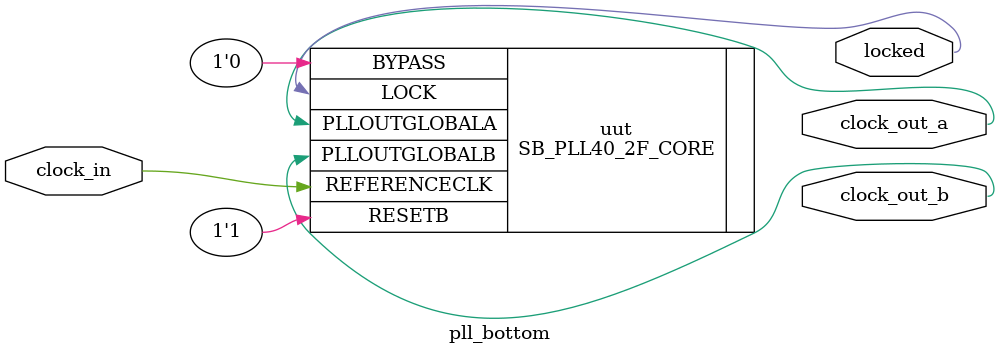
<source format=v>


module pll_top(
	input  clock_in,
	output clock_out_a,
	output clock_out_b,
	output locked
	);

SB_PLL40_2_PAD #(
		.FEEDBACK_PATH("SIMPLE"),
		.DIVR(4'b0100),		// DIVR =  4
		.DIVF(7'b0101111),	// DIVF = 47
		.DIVQ(3'b101),		// DIVQ =  5
		.FILTER_RANGE(3'b010),	// FILTER_RANGE = 2
	) uut (
		.LOCK(locked),
		.RESETB(1'b1),
		.BYPASS(1'b0),
		.PACKAGEPIN(clock_in),
		.PLLOUTGLOBALA(clock_out_a),
		.PLLOUTGLOBALB(clock_out_b)
		);

endmodule

module pll_bottom(
	input  clock_in,
	output clock_out_a,
	output clock_out_b,
	output locked
	);

SB_PLL40_2F_CORE #(
		.FEEDBACK_PATH("SIMPLE"),
		.DIVR(4'b0100),		// DIVR =  4
		.DIVF(7'b0011111),	// DIVF = 31
		.DIVQ(3'b101),		// DIVQ =  5
		.FILTER_RANGE(3'b010),	// FILTER_RANGE = 2
		.PLLOUT_SELECT_PORTB("GENCLK_HALF")
	) uut (
		.LOCK(locked),
		.RESETB(1'b1),
		.BYPASS(1'b0),
		.REFERENCECLK(clock_in),
		.PLLOUTGLOBALA(clock_out_a),
		.PLLOUTGLOBALB(clock_out_b)
		);

endmodule

</source>
